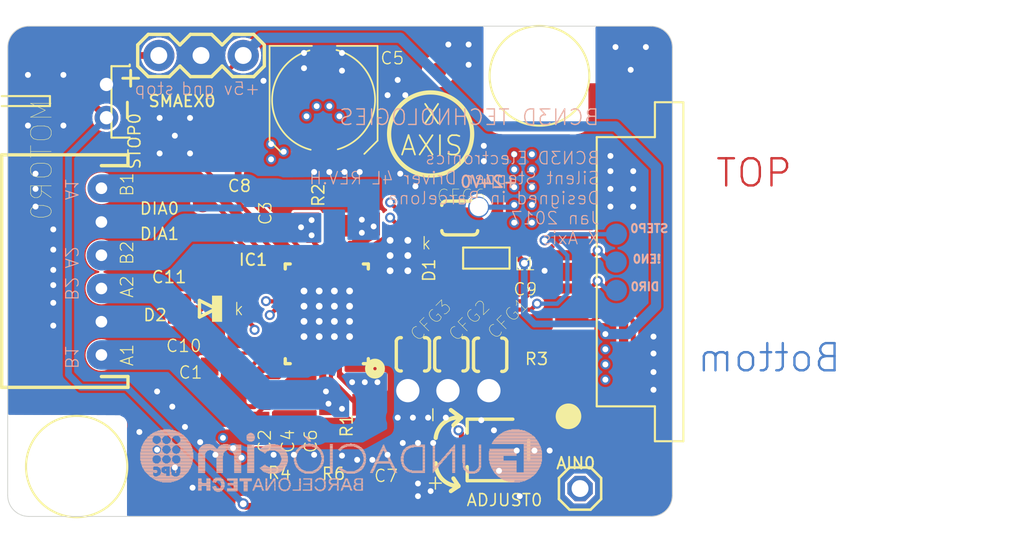
<source format=kicad_pcb>
(kicad_pcb (version 20221018) (generator pcbnew)
  (layers (0 "F.Cu" signal) (1 "In1.Cu" signal) (2 "In2.Cu" signal) (31 "B.Cu" signal) (34 "B.Paste" user) (35 "F.Paste" user) (36 "B.SilkS" user "B.Silkscreen") (37 "F.SilkS" user "F.Silkscreen") (38 "B.Mask" user) (39 "F.Mask" user) (44 "Edge.Cuts" user))
  (net 0 "")
  (net 1 "DIR")
  (net 2 "STEP")
  (net 3 "~{EN}")
  (net 4 "GND")
  (net 5 "+24V")
  (net 6 "A1")
  (net 7 "A2")
  (net 8 "B1")
  (net 9 "B2")
  (net 10 "+5V")
  (net 11 "STOPBF")
  (net 12 "STOP")
  (net 13 "N$1")
  (net 14 "N$2")
  (net 15 "N$3")
  (net 16 "N$4")
  (net 17 "N$6")
  (net 18 "DIAG0")
  (net 19 "DIAG1")
  (net 20 "CFG1")
  (net 21 "CFG2")
  (net 22 "CFG3")
  (net 23 "N$5")
  (net 24 "AIN")
  (net 25 "N$8")
  (net 26 "N$9")
  (net 27 "N$10")
  (net 28 "~{ENJUMP}")
  (footprint "working:R0805" (layer "F.Cu") (at 149.9895 113.9878 90)
    (fp_text reference "R1")
    (fp_text value "0R11" hide)
  )
  (footprint "working:TMC_QFN36_0.5_5.0X6.0" (layer "F.Cu") (at 147.7035 107.5616 90)
    (fp_text reference "IC1")
    (fp_text value " TMC2130-LA " hide)
  )
  (footprint "working:TP12R" (layer "F.Cu") (at 140.2359 100.856)
    (fp_text reference "DIA0")
    (fp_text value "PTR1TP12R" hide)
  )
  (footprint "working:MINIMELF" (layer "F.Cu") (at 140.5407 107.2568 180)
    (fp_text reference "D2")
    (fp_text value "")
  )
  (footprint "working:C0603K" (layer "F.Cu") (at 157.3047 105.5804)
    (fp_text reference "C9")
    (fp_text value "100n" hide)
  )
  (footprint "working:C0603K" (layer "F.Cu") (at 143.5633 113.2004 -90)
    (fp_text reference "C2")
    (fp_text value "100n" hide)
  )
  (footprint "working:TP12R" (layer "F.Cu") (at 140.2359 102.38)
    (fp_text reference "DIA1")
    (fp_text value "PTR1TP12R" hide)
  )
  (footprint "working:L0603" (layer "F.Cu") (at 157.3047 104.2088)
    (fp_text reference "L1")
    (fp_text value "")
  )
  (footprint "working:R0603" (layer "F.Cu") (at 147.9829 118.128)
    (fp_text reference "R6")
    (fp_text value "1K" hide)
  )
  (footprint "working:PAD-JUMPER-2-NO_YES_SILK" (layer "F.Cu") (at 157.5333 110.0254 -90)
    (fp_text reference "CFG1")
    (fp_text value "JUMPER-PAD-2-NOYES_SILK" hide)
  )
  (footprint "" (layer "F.Cu") (at 160.5011 93.2536)
    (fp_text reference "@HOLE0" hide)
    (fp_text value "")
  )
  (footprint "working:R0603" (layer "F.Cu") (at 144.7317 118.128 180)
    (fp_text reference "R4")
    (fp_text value "4.7K" hide)
  )
  (footprint "working:1X03" (layer "F.Cu") (at 142.6743 92.0168 180)
    (fp_text reference "SMAEX0")
    (fp_text value "")
  )
  (footprint "working:FIDUCIAL_1MM" (layer "F.Cu") (at 166.1947 118.0772)
    (fp_text reference "U$2" hide)
    (fp_text value "FIDUCIAL" hide)
  )
  (footprint "" (layer "F.Cu") (at 156.8511 101.1336)
    (fp_text reference "@HOLE2" hide)
    (fp_text value "")
  )
  (footprint "working:JST-PH-2-THM-RA" (layer "F.Cu") (at 134.4447 94.76 90)
    (fp_text reference "STOP0")
    (fp_text value "" hide)
  )
  (footprint "working:1X01" (layer "F.Cu") (at 162.9435 118.0772 90)
    (fp_text reference "AIN0")
    (fp_text value "")
  )
  (footprint "" (layer "F.Cu") (at 132.6511 116.7536)
    (fp_text reference "@HOLE1" hide)
    (fp_text value "")
  )
  (footprint "working:C0805" (layer "F.Cu") (at 141.1503 104.9708 180)
    (fp_text reference "C11")
    (fp_text value "4.7u" hide)
  )
  (footprint "working:C0603K" (layer "F.Cu") (at 146.3319 113.2004 -90)
    (fp_text reference "C6")
    (fp_text value "100n" hide)
  )
  (footprint "working:PAD-JUMPER-2-NO_YES_SILK" (layer "F.Cu") (at 152.8851 110 -90)
    (fp_text reference "CFG3")
    (fp_text value "JUMPER-PAD-2-NOYES_SILK" hide)
  )
  (footprint "working:C0603K" (layer "F.Cu") (at 141.3789 109.0856 180)
    (fp_text reference "C10")
    (fp_text value "470n" hide)
  )
  (footprint "working:R0805" (layer "F.Cu") (at 148.3131 101.3132 -90)
    (fp_text reference "R2")
    (fp_text value "0R11" hide)
  )
  (footprint "working:TE_FFC_CON1MM" (layer "F.Cu") (at 165.2483 105.0292 90)
    (fp_text reference "FFC2")
    (fp_text value "FFC_15V_90G_1MM" hide)
  )
  (footprint "working:FIDUCIAL_1MM" (layer "F.Cu") (at 130.4315 110.508)
    (fp_text reference "U$3" hide)
    (fp_text value "FIDUCIAL" hide)
  )
  (footprint "working:UD-6,3X7,7_NICHICON" (layer "F.Cu") (at 147.5105 94.6892 -90)
    (fp_text reference "C5")
    (fp_text value "100u" hide)
  )
  (footprint "working:3223G" (layer "F.Cu") (at 158.0011 115.7536 180)
    (fp_text reference "ADJUST0")
    (fp_text value "20K" hide)
  )
  (footprint "working:C0603K" (layer "F.Cu") (at 144.9603 113.2004 -90)
    (fp_text reference "C4")
    (fp_text value "100n" hide)
  )
  (footprint "working:PAD-JUMPER-2-NC_BY_TRACE_YES_SILK" (layer "F.Cu") (at 155.7045 101.7958 180)
    (fp_text reference "CFG6")
    (fp_text value "JUMPER-PAD-2-NC_BY_TRACE" hide)
  )
  (footprint "working:C0603K" (layer "F.Cu") (at 144.8625 101.506 90)
    (fp_text reference "C3")
    (fp_text value "100n" hide)
  )
  (footprint "working:R0603" (layer "F.Cu") (at 160.2003 111.9812 -90)
    (fp_text reference "R3")
    (fp_text value "20K" hide)
  )
  (footprint "working:PAD-JUMPER-2-NO_YES_SILK" (layer "F.Cu") (at 155.1965 110 -90)
    (fp_text reference "CFG2")
    (fp_text value "JUMPER-PAD-2-NOYES_SILK" hide)
  )
  (footprint "working:POWERDI323" (layer "F.Cu") (at 154.6377 104.8692 -90)
    (fp_text reference "D1")
    (fp_text value "PD3S160" hide)
  )
  (footprint "working:C0603K" (layer "F.Cu") (at 141.5313 110.7366 180)
    (fp_text reference "C1")
    (fp_text value "22n" hide)
  )
  (footprint "working:C1210" (layer "F.Cu") (at 142.3695 96.4364 90)
    (fp_text reference "C8")
    (fp_text value "4.7u" hide)
  )
  (footprint "working:FIDUCIAL_1MM" (layer "F.Cu") (at 154.4091 92.9312)
    (fp_text reference "U$4" hide)
    (fp_text value "FIDUCIAL" hide)
  )
  (footprint "working:JST-6-PTH" (layer "F.Cu") (at 134.1399 106.0376 90)
    (fp_text reference "MOTOR0")
    (fp_text value "")
  )
  (footprint "working:C0603K" (layer "F.Cu") (at 151.1071 118.128)
    (fp_text reference "C7")
    (fp_text value "100n" hide)
  )
  (footprint "working:B1,27" (layer "B.Cu") (at 165.1305 102.7724 -90)
    (fp_text reference "STEP0")
    (fp_text value "TPB1,27" hide)
  )
  (footprint "working:B1,27" (layer "B.Cu") (at 156.8369 101.1468 -90)
    (fp_text reference "+24V0")
    (fp_text value "TPB1,27" hide)
  )
  (footprint "working:B1,27" (layer "B.Cu") (at 165.1315 106.1506 -90)
    (fp_text reference "DIR0")
    (fp_text value "TPB1,27" hide)
  )
  (footprint "working:B1,27" (layer "B.Cu") (at 165.1183 104.4488 -90)
    (fp_text reference "!EN0")
    (fp_text value "TPB1,27" hide)
  )
  (footprint "working:FCIM_LOGO" (layer "B.Cu") (at 162.4863 121.8872 180)
    (fp_text reference "U$5" hide)
    (fp_text value "" hide)
  )
  (gr_arc (start 154.2567 115.0292) (mid 154.766195 114.103969) (end 155.7807 113.81) (stroke (width 0.254)) (layer "F.SilkS"))
  (gr_arc (start 155.6283 117.9248) (mid 154.658432 117.523068) (end 154.2567 116.5532) (stroke (width 0.254)) (layer "F.SilkS"))
  (gr_line (start 155.7807 113.81) (end 155.3235 114.2672) (stroke (width 0.254)) (layer "F.SilkS"))
  (gr_circle (center 132.6511 116.7536) (end 135.6991 116.7536) (stroke (width 0.127)) (fill none) (layer "F.SilkS"))
  (gr_line (start 155.6283 117.9248) (end 155.3235 117.4676) (stroke (width 0.254)) (layer "F.SilkS"))
  (gr_circle (center 160.5011 93.2392) (end 163.5011 93.2392) (stroke (width 0.127)) (fill none) (layer "F.SilkS"))
  (gr_line (start 155.7807 113.81) (end 155.1711 113.3528) (stroke (width 0.254)) (layer "F.SilkS"))
  (gr_circle (center 153.9519 96.7412) (end 156.4519 96.7412) (stroke (width 0.254)) (fill none) (layer "F.SilkS"))
  (gr_line (start 155.6283 117.9248) (end 155.1711 118.2296) (stroke (width 0.254)) (layer "F.SilkS"))
  (gr_arc (start 129.7711 119.7536) (mid 128.873074 119.381626) (end 128.5011 118.4836) (stroke (width 0.05)) (layer "Edge.Cuts"))
  (gr_line (start 168.5011 91.5236) (end 168.5011 118.4836) (stroke (width 0.05)) (layer "Edge.Cuts"))
  (gr_arc (start 168.5011 118.4836) (mid 168.129126 119.381626) (end 167.2311 119.7536) (stroke (width 0.05)) (layer "Edge.Cuts"))
  (gr_arc (start 167.2311 90.2536) (mid 168.129126 90.625574) (end 168.5011 91.5236) (stroke (width 0.05)) (layer "Edge.Cuts"))
  (gr_line (start 167.2311 119.7536) (end 129.7711 119.7536) (stroke (width 0.05)) (layer "Edge.Cuts"))
  (gr_line (start 128.5011 118.4836) (end 128.5011 91.5236) (stroke (width 0.05)) (layer "Edge.Cuts"))
  (gr_arc (start 128.5011 91.5236) (mid 128.873074 90.625574) (end 129.7711 90.2536) (stroke (width 0.05)) (layer "Edge.Cuts"))
  (gr_line (start 129.7711 90.2536) (end 167.2311 90.2536) (stroke (width 0.05)) (layer "Edge.Cuts"))
  (gr_text "TOP" (at 171.0207 100.0432) (layer "F.Cu") (effects (font (size 1.63576 1.63576) (thickness 0.14224)) (justify left bottom)))
  (gr_text "Bottom" (at 178.7423 111.1684) (layer "B.Cu") (effects (font (size 1.63576 1.63576) (thickness 0.14224)) (justify left bottom mirror)))
  (gr_text "stop" (at 138.5595 94.4552) (layer "B.SilkS") (effects (font (size 0.747776 0.747776) (thickness 0.065024)) (justify left bottom mirror)))
  (gr_text "A1" (at 132.7683 99.332 -90) (layer "B.SilkS") (effects (font (size 0.747776 0.747776) (thickness 0.065024)) (justify right top mirror)))
  (gr_text "gnd" (at 140.9979 94.4552) (layer "B.SilkS") (effects (font (size 0.747776 0.747776) (thickness 0.065024)) (justify left bottom mirror)))
  (gr_text "+5v" (at 143.7411 94.4552) (layer "B.SilkS") (effects (font (size 0.747776 0.747776) (thickness 0.065024)) (justify left bottom mirror)))
  (gr_text "A2" (at 132.7683 103.4468 -90) (layer "B.SilkS") (effects (font (size 0.747776 0.747776) (thickness 0.065024)) (justify right top mirror)))
  (gr_text "B2" (at 132.7683 105.2756 -90) (layer "B.SilkS") (effects (font (size 0.747776 0.747776) (thickness 0.065024)) (justify right top mirror)))
  (gr_text "B1" (at 132.7683 109.3904 -90) (layer "B.SilkS") (effects (font (size 0.747776 0.747776) (thickness 0.065024)) (justify right top mirror)))
  (gr_text "BCN3D TECHNOLOGIES" (at 164.1627 96.284) (layer "B.SilkS") (effects (font (size 0.93472 0.93472) (thickness 0.08128)) (justify left bottom mirror)))
  (gr_text "BCN3D Electronics \nSilent Stepper Driver 4L REV.H\nDesigned in Barcelona \nJan 2017\nX Axis\n" (at 164.1627 103.4468) (layer "B.SilkS") (effects (font (size 0.747776 0.747776) (thickness 0.065024)) (justify left bottom mirror)))
  (gr_text "+" (at 154.7139 118.382 90) (layer "F.SilkS") (effects (font (size 0.93472 0.93472) (thickness 0.08128)) (justify left bottom)))
  (gr_text "A2" (at 136.1211 106.6472 90) (layer "F.SilkS") (effects (font (size 0.747776 0.747776) (thickness 0.065024)) (justify left bottom)))
  (gr_text "k" (at 142.0647 107.714) (layer "F.SilkS") (effects (font (size 0.747776 0.747776) (thickness 0.065024)) (justify left bottom)))
  (gr_text "B2" (at 136.1211 104.666 90) (layer "F.SilkS") (effects (font (size 0.747776 0.747776) (thickness 0.065024)) (justify left bottom)))
  (gr_text "X\nAXIS" (at 154.0121 96.5032) (layer "F.SilkS") (effects (font (size 1.1684 1.1684) (thickness 0.1016))))
  (gr_text "A1" (at 136.1211 110.762 90) (layer "F.SilkS") (effects (font (size 0.747776 0.747776) (thickness 0.065024)) (justify left bottom)))
  (gr_text "B1" (at 136.1211 100.5512 90) (layer "F.SilkS") (effects (font (size 0.747776 0.747776) (thickness 0.065024)) (justify left bottom)))
  (gr_text "k" (at 153.3423 103.7516) (layer "F.SilkS") (effects (font (size 0.747776 0.747776) (thickness 0.065024)) (justify left bottom)))
  (gr_text "-" (at 154.5615 114.2672 90) (layer "F.SilkS") (effects (font (size 0.93472 0.93472) (thickness 0.08128)) (justify left bottom)))
  (segment (start 159.4263 106.8116) (end 160.1987 106.0392) (width 0.254) (layer "F.Cu") (net 1))
  (segment (start 163.5515 106.0392) (end 164.0103 105.5804) (width 0.254) (layer "F.Cu") (net 1))
  (segment (start 150.1535 106.8116) (end 159.4263 106.8116) (width 0.254) (layer "F.Cu") (net 1))
  (segment (start 162.4483 106.0392) (end 163.5515 106.0392) (width 0.254) (layer "F.Cu") (net 1))
  (segment (start 160.1987 106.0392) (end 162.4483 106.0392) (width 0.254) (layer "F.Cu") (net 1))
  (via (at 164.0103 105.5804) (size 0.6056) (drill 0.3556) (layers "F.Cu" "B.Cu") (net 1))
  (segment (start 164.0103 105.5804) (end 164.5805 106.1506) (width 0.254) (layer "B.Cu") (net 1))
  (segment (start 164.5805 106.1506) (end 165.1315 106.1506) (width 0.254) (layer "B.Cu") (net 1))
  (segment (start 159.9931 107.3116) (end 160.3527 106.952) (width 0.254) (layer "F.Cu") (net 2))
  (segment (start 162.4483 103.0392) (end 160.9127 103.0392) (width 0.254) (layer "F.Cu") (net 2))
  (segment (start 150.1535 107.3116) (end 159.9931 107.3116) (width 0.254) (layer "F.Cu") (net 2))
  (segment (start 160.9127 103.0392) (end 160.8099 103.142) (width 0.254) (layer "F.Cu") (net 2))
  (via (at 160.3527 106.952) (size 0.600518) (drill 0.350518) (layers "F.Cu" "B.Cu") (net 2))
  (via (at 160.8099 103.142) (size 0.6056) (drill 0.3556) (layers "F.Cu" "B.Cu") (net 2))
  (segment (start 162.1815 104.0564) (end 161.2671 103.142) (width 0.254) (layer "B.Cu") (net 2))
  (segment (start 161.5719 106.952) (end 160.3527 106.952) (width 0.254) (layer "B.Cu") (net 2))
  (segment (start 161.2671 103.142) (end 160.8099 103.142) (width 0.254) (layer "B.Cu") (net 2))
  (segment (start 161.1795 102.7724) (end 165.1305 102.7724) (width 0.254) (layer "B.Cu") (net 2))
  (segment (start 160.8099 103.142) (end 161.1795 102.7724) (width 0.254) (layer "B.Cu") (net 2))
  (segment (start 162.1815 106.3424) (end 161.5719 106.952) (width 0.254) (layer "B.Cu") (net 2))
  (segment (start 162.1815 104.0564) (end 162.1815 106.3424) (width 0.254) (layer "B.Cu") (net 2))
  (segment (start 162.4655 104.0564) (end 162.4483 104.0392) (width 0.3556) (layer "F.Cu") (net 3))
  (segment (start 159.2859 103.142) (end 158.2191 103.142) (width 0.3048) (layer "F.Cu") (net 3))
  (segment (start 156.8729 101.7958) (end 156.2125 101.7958) (width 0.3048) (layer "F.Cu") (net 3))
  (segment (start 163.7055 104.0564) (end 164.0103 103.7516) (width 0.254) (layer "F.Cu") (net 3))
  (segment (start 162.4311 104.0564) (end 162.4483 104.0392) (width 0.3556) (layer "F.Cu") (net 3))
  (segment (start 162.4311 104.0564) (end 160.3527 104.0564) (width 0.3048) (layer "F.Cu") (net 3))
  (segment (start 162.4655 104.0564) (end 163.7055 104.0564) (width 0.254) (layer "F.Cu") (net 3))
  (segment (start 160.3527 104.0564) (end 159.2859 103.142) (width 0.3048) (layer "F.Cu") (net 3))
  (segment (start 158.2191 103.142) (end 156.8729 101.7958) (width 0.3048) (layer "F.Cu") (net 3))
  (via (at 164.0103 103.7516) (size 0.6056) (drill 0.3556) (layers "F.Cu" "B.Cu") (net 3))
  (segment (start 164.7075 104.4488) (end 165.1183 104.4488) (width 0.254) (layer "B.Cu") (net 3))
  (segment (start 164.0103 103.7516) (end 164.7075 104.4488) (width 0.254) (layer "B.Cu") (net 3))
  (segment (start 149.4535 109.3116) (end 149.0751 108.9332) (width 0.254) (layer "F.Cu") (net 4))
  (segment (start 150.1535 107.8116) (end 149.2823 107.8116) (width 0.254) (layer "F.Cu") (net 4))
  (segment (start 145.9535 104.6116) (end 145.9535 105.202) (width 0.254) (layer "F.Cu") (net 4))
  (segment (start 146.1247 107.8116) (end 146.3319 108.0188) (width 0.254) (layer "F.Cu") (net 4))
  (segment (start 149.2823 107.8116) (end 149.0751 108.0188) (width 0.254) (layer "F.Cu") (net 4))
  (segment (start 148.9535 110.5116) (end 149.4535 110.5116) (width 0.254) (layer "F.Cu") (net 4))
  (segment (start 145.2535 107.8116) (end 146.1247 107.8116) (width 0.254) (layer "F.Cu") (net 4))
  (segment (start 146.1795 106.0376) (end 146.3319 106.19) (width 0.254) (layer "F.Cu") (net 4))
  (segment (start 145.9535 105.202) (end 146.1795 105.428) (width 0.254) (layer "F.Cu") (net 4))
  (segment (start 149.4535 110.5116) (end 149.4535 109.3116) (width 0.254) (layer "F.Cu") (net 4))
  (segment (start 146.1795 105.428) (end 146.1795 106.0376) (width 0.254) (layer "F.Cu") (net 4))
  (via (at 129.7203 96.2332) (size 0.6056) (drill 0.3556) (layers "F.Cu" "B.Cu") (net 4))
  (via (at 164.7723 98.062) (size 0.6056) (drill 0.3556) (layers "F.Cu" "B.Cu") (net 4))
  (via (at 148.6179 92.9312) (size 0.6056) (drill 0.3556) (layers "F.Cu" "B.Cu") (net 4))
  (via (at 149.5323 116.35) (size 0.6056) (drill 0.3556) (layers "F.Cu" "B.Cu") (net 4))
  (via (at 156.9999 113.9624) (size 0.6056) (drill 0.3556) (layers "F.Cu" "B.Cu") (net 4))
  (via (at 131.2443 102.4816) (size 0.6056) (drill 0.3556) (layers "F.Cu" "B.Cu") (net 4))
  (via (at 160.8099 104.9708) (size 0.6056) (drill 0.3556) (layers "F.Cu" "B.Cu") (net 4))
  (via (at 140.0835 115.2832) (size 0.6056) (drill 0.3556) (layers "F.Cu" "B.Cu") (net 4))
  (via (at 150.4467 116.35) (size 0.6056) (drill 0.3556) (layers "F.Cu" "B.Cu") (net 4))
  (via (at 159.3113 118.5344) (size 0.6056) (drill 0.3556) (layers "F.Cu" "B.Cu") (net 4))
  (via (at 146.3319 107.1044) (size 0.6564) (drill 0.4064) (layers "F.Cu" "B.Cu") (net 4))
  (via (at 131.2443 105.8344) (size 0.6056) (drill 0.3556) (layers "F.Cu" "B.Cu") (net 4))
  (via (at 166.1439 100.0432) (size 0.6056) (drill 0.3556) (layers "F.Cu" "B.Cu") (net 4))
  (via (at 137.4927 115.7404) (size 0.6056) (drill 0.3556) (layers "F.Cu" "B.Cu") (net 4))
  (via (at 156.2379 91.3564) (size 0.6056) (drill 0.3556) (layers "F.Cu" "B.Cu") (net 4))
  (via (at 167.3631 111.0668) (size 0.6056) (drill 0.3556) (layers "F.Cu" "B.Cu") (net 4))
  (via (at 146.3319 106.19) (size 0.6564) (drill 0.4064) (layers "F.Cu" "B.Cu") (net 4))
  (via (at 167.3631 108.9332) (size 0.6056) (drill 0.3556) (layers "F.Cu" "B.Cu") (net 4))
  (via (at 130.1775 99.1288) (size 0.6056) (drill 0.3556) (layers "F.Cu" "B.Cu") (net 4))
  (via (at 129.7203 93.1852) (size 0.6056) (drill 0.3556) (layers "F.Cu" "B.Cu") (net 4))
  (via (at 164.7723 100.0432) (size 0.6056) (drill 0.3556) (layers "F.Cu" "B.Cu") (net 4))
  (via (at 167.3631 109.9492) (size 0.6056) (drill 0.3556) (layers "F.Cu" "B.Cu") (net 4))
  (via (at 139.4739 97.9096) (size 0.6056) (drill 0.3556) (layers "F.Cu" "B.Cu") (net 4))
  (via (at 156.2379 92.5756) (size 0.6056) (drill 0.3556) (layers "F.Cu" "B.Cu") (net 4))
  (via (at 151.9707 113.81) (size 0.6056) (drill 0.3556) (layers "F.Cu" "B.Cu") (net 4))
  (via (at 138.5595 116.8072) (size 0.6056) (drill 0.3556) (layers "F.Cu" "B.Cu") (net 4))
  (via (at 154.9933 112.1844) (size 1.4224) (drill 1.4) (layers "F.Cu" "B.Cu") (net 4))
  (via (at 151.5135 104.0564) (size 0.6564) (drill 0.4064) (layers "F.Cu" "B.Cu") (net 4))
  (via (at 147.2463 108.0188) (size 0.6564) (drill 0.4064) (layers "F.Cu" "B.Cu") (net 4))
  (via (at 151.3611 116.0452) (size 0.6056) (drill 0.3556) (layers "F.Cu" "B.Cu") (net 4))
  (via (at 138.4071 113.1496) (size 0.6056) (drill 0.3556) (layers "F.Cu" "B.Cu") (net 4))
  (via (at 148.6179 116.096) (size 0.6056) (drill 0.3556) (layers "F.Cu" "B.Cu") (net 4))
  (via (at 146.9415 116.0452) (size 0.6056) (drill 0.3556) (layers "F.Cu" "B.Cu") (net 4))
  (via (at 166.1439 101.11) (size 0.6056) (drill 0.3556) (layers "F.Cu" "B.Cu") (net 4))
  (via (at 158.0667 117.0104) (size 0.6056) (drill 0.3556) (layers "F.Cu" "B.Cu") (net 4))
  (via (at 159.1335 115.7912) (size 0.6056) (drill 0.3556) (layers "F.Cu" "B.Cu") (net 4))
  (via (at 152.5803 104.0564) (size 0.6564) (drill 0.4064) (layers "F.Cu" "B.Cu") (net 4))
  (via (at 149.0751 108.0188) (size 0.6564) (drill 0.4064) (layers "F.Cu" "B.Cu") (net 4))
  (via (at 148.1607 106.19) (size 0.6564) (drill 0.4064) (layers "F.Cu" "B.Cu") (net 4))
  (via (at 151.3611 94.4044) (size 0.6056) (drill 0.3556) (layers "F.Cu" "B.Cu") (net 4))
  (via (at 154.8663 113.81) (size 0.6056) (drill 0.3556) (layers "F.Cu" "B.Cu") (net 4))
  (via (at 149.0751 107.1044) (size 0.6564) (drill 0.4064) (layers "F.Cu" "B.Cu") (net 4))
  (via (at 146.3319 91.8644) (size 0.6056) (drill 0.3556) (layers "F.Cu" "B.Cu") (net 4))
  (via (at 149.0751 108.9332) (size 0.6564) (drill 0.4064) (layers "F.Cu" "B.Cu") (net 4))
  (via (at 148.7703 99.0272) (size 0.6056) (drill 0.3556) (layers "F.Cu" "B.Cu") (net 4))
  (via (at 166.9059 91.5088) (size 0.6056) (drill 0.3556) (layers "F.Cu" "B.Cu") (net 4))
  (via (at 157.1523 97.4524) (size 0.6056) (drill 0.3556) (layers "F.Cu" "B.Cu") (net 4))
  (via (at 131.8539 96.2332) (size 0.6056) (drill 0.3556) (layers "F.Cu" "B.Cu") (net 4))
  (via (at 153.1899 118.5344) (size 0.600518) (drill 0.350518) (layers "F.Cu" "B.Cu") (net 4))
  (via (at 146.9415 99.0272) (size 0.6056) (drill 0.3556) (layers "F.Cu" "B.Cu") (net 4))
  (via (at 153.1899 117.7724) (size 0.600518) (drill 0.350518) (layers "F.Cu" "B.Cu") (net 4))
  (via (at 160.2003 115.7912) (size 0.6056) (drill 0.3556) (layers "F.Cu" "B.Cu") (net 4))
  (via (at 152.5803 112.1844) (size 1.4224) (drill 1.4) (layers "F.Cu" "B.Cu") (net 4))
  (via (at 165.9915 92.8804) (size 0.6056) (drill 0.3556) (layers "F.Cu" "B.Cu") (net 4))
  (via (at 151.5135 103.142) (size 0.6564) (drill 0.4064) (layers "F.Cu" "B.Cu") (net 4))
  (via (at 136.4259 114.6736) (size 0.6056) (drill 0.3556) (layers "F.Cu" "B.Cu") (net 4))
  (via (at 153.9519 118.2296) (size 0.600518) (drill 0.350518) (layers "F.Cu" "B.Cu") (net 4))
  (via (at 152.4279 94.4044) (size 0.6056) (drill 0.3556) (layers "F.Cu" "B.Cu") (net 4))
  (via (at 153.0375 99.8908) (size 0.6056) (drill 0.3556) (layers "F.Cu" "B.Cu") (net 4))
  (via (at 131.2443 108.2728) (size 0.6056) (drill 0.3556) (layers "F.Cu" "B.Cu") (net 4))
  (via (at 130.1775 100.0432) (size 0.6056) (drill 0.3556) (layers "F.Cu" "B.Cu") (net 4))
  (via (at 143.8935 93.5408) (size 0.6056) (drill 0.3556) (layers "F.Cu" "B.Cu") (net 4))
  (via (at 153.1899 115.334) (size 0.6056) (drill 0.3556) (layers "F.Cu" "B.Cu") (net 4))
  (via (at 164.7723 101.11) (size 0.6056) (drill 0.3556) (layers "F.Cu" "B.Cu") (net 4))
  (via (at 146.3319 108.9332) (size 0.6564) (drill 0.4064) (layers "F.Cu" "B.Cu") (net 4))
  (via (at 139.4739 95.776) (size 0.6056) (drill 0.3556) (layers "F.Cu" "B.Cu") (net 4))
  (via (at 153.7995 113.81) (size 0.6056) (drill 0.3556) (layers "F.Cu" "B.Cu") (net 4))
  (via (at 157.1523 98.3668) (size 0.6056) (drill 0.3556) (layers "F.Cu" "B.Cu") (net 4))
  (via (at 131.2443 104.92) (size 0.6056) (drill 0.3556) (layers "F.Cu" "B.Cu") (net 4))
  (via (at 148.1607 108.9332) (size 0.6564) (drill 0.4064) (layers "F.Cu" "B.Cu") (net 4))
  (via (at 131.2443 103.7008) (size 0.6056) (drill 0.3556) (layers "F.Cu" "B.Cu") (net 4))
  (via (at 148.6179 91.8644) (size 0.6056) (drill 0.3556) (layers "F.Cu" "B.Cu") (net 4))
  (via (at 148.1607 108.0188) (size 0.6564) (drill 0.4064) (layers "F.Cu" "B.Cu") (net 4))
  (via (at 147.2463 108.9332) (size 0.6564) (drill 0.4064) (layers "F.Cu" "B.Cu") (net 4))
  (via (at 139.6263 118.0264) (size 0.6056) (drill 0.3556) (layers "F.Cu" "B.Cu") (net 4))
  (via (at 137.6451 95.776) (size 0.6056) (drill 0.3556) (layers "F.Cu" "B.Cu") (net 4))
  (via (at 165.0771 91.5088) (size 0.6056) (drill 0.3556) (layers "F.Cu" "B.Cu") (net 4))
  (via (at 164.7723 98.9764) (size 0.6056) (drill 0.3556) (layers "F.Cu" "B.Cu") (net 4))
  (via (at 152.8851 113.81) (size 0.6056) (drill 0.3556) (layers "F.Cu" "B.Cu") (net 4))
  (via (at 148.1607 107.1044) (size 0.6564) (drill 0.4064) (layers "F.Cu" "B.Cu") (net 4))
  (via (at 167.3631 112.1336) (size 0.6056) (drill 0.3556) (layers "F.Cu" "B.Cu") (net 4))
  (via (at 139.1691 114.3688) (size 0.6056) (drill 0.3556) (layers "F.Cu" "B.Cu") (net 4))
  (via (at 137.6451 97.9096) (size 0.6056) (drill 0.3556) (layers "F.Cu" "B.Cu") (net 4))
  (via (at 146.3319 108.0188) (size 0.6564) (drill 0.4064) (layers "F.Cu" "B.Cu") (net 4))
  (via (at 147.8559 99.0272) (size 0.6056) (drill 0.3556) (layers "F.Cu" "B.Cu") (net 4))
  (via (at 152.1231 99.1288) (size 0.6056) (drill 0.3556) (layers "F.Cu" "B.Cu") (net 4))
  (via (at 131.8539 93.1852) (size 0.6056) (drill 0.3556) (layers "F.Cu" "B.Cu") (net 4))
  (via (at 152.2755 115.334) (size 0.6056) (drill 0.3556) (layers "F.Cu" "B.Cu") (net 4))
  (via (at 155.0187 91.3564) (size 0.6056) (drill 0.3556) (layers "F.Cu" "B.Cu") (net 4))
  (via (at 151.5135 104.9708) (size 0.6564) (drill 0.4064) (layers "F.Cu" "B.Cu") (net 4))
  (via (at 145.7223 116.0452) (size 0.6056) (drill 0.3556) (layers "F.Cu" "B.Cu") (net 4))
  (via (at 131.2443 106.9012) (size 0.6056) (drill 0.3556) (layers "F.Cu" "B.Cu") (net 4))
  (via (at 152.5803 103.142) (size 0.6564) (drill 0.4064) (layers "F.Cu" "B.Cu") (net 4))
  (via (at 138.5595 96.8428) (size 0.6056) (drill 0.3556) (layers "F.Cu" "B.Cu") (net 4))
  (via (at 149.0751 106.19) (size 0.6564) (drill 0.4064) (layers "F.Cu" "B.Cu") (net 4))
  (via (at 140.9979 116.0452) (size 0.6056) (drill 0.3556) (layers "F.Cu" "B.Cu") (net 4))
  (via (at 137.4927 112.2352) (size 0.6056) (drill 0.3556) (layers "F.Cu" "B.Cu") (net 4))
  (via (at 152.5803 104.9708) (size 0.6564) (drill 0.4064) (layers "F.Cu" "B.Cu") (net 4))
  (via (at 130.1775 101.11) (size 0.6056) (drill 0.3556) (layers "F.Cu" "B.Cu") (net 4))
  (via (at 146.3319 92.7788) (size 0.6056) (drill 0.3556) (layers "F.Cu" "B.Cu") (net 4))
  (via (at 166.1439 98.9764) (size 0.6056) (drill 0.3556) (layers "F.Cu" "B.Cu") (net 4))
  (via (at 149.6847 99.0272) (size 0.6056) (drill 0.3556) (layers "F.Cu" "B.Cu") (net 4))
  (via (at 157.4571 112.1844) (size 1.4224) (drill 1.4) (layers "F.Cu" "B.Cu") (net 4))
  (via (at 147.2463 106.19) (size 0.6564) (drill 0.4064) (layers "F.Cu" "B.Cu") (net 4))
  (via (at 144.5031 116.0452) (size 0.6056) (drill 0.3556) (layers "F.Cu" "B.Cu") (net 4))
  (via (at 161.1147 115.7912) (size 0.6056) (drill 0.3556) (layers "F.Cu" "B.Cu") (net 4))
  (via (at 154.1043 115.334) (size 0.6056) (drill 0.3556) (layers "F.Cu" "B.Cu") (net 4))
  (via (at 157.7619 114.572) (size 0.6056) (drill 0.3556) (layers "F.Cu" "B.Cu") (net 4))
  (via (at 151.9707 93.49) (size 0.6056) (drill 0.3556) (layers "F.Cu" "B.Cu") (net 4))
  (via (at 147.2463 107.1044) (size 0.6564) (drill 0.4064) (layers "F.Cu" "B.Cu") (net 4))
  (segment (start 144.2491 113.2258) (end 143.8681 113.2258) (width 0.254) (layer "F.Cu") (net 5))
  (segment (start 146.9535 110.5116) (end 146.9535 111.7038) (width 0.254) (layer "F.Cu") (net 5))
  (segment (start 145.5699 111.3716) (end 145.1127 111.8288) (width 0.254) (layer "F.Cu") (net 5))
  (segment (start 145.1127 112.173) (end 144.9603 112.3254) (width 0.254) (layer "F.Cu") (net 5))
  (segment (start 144.9603 112.5146) (end 144.2491 113.2258) (width 0.254) (layer "F.Cu") (net 5))
  (segment (start 146.0807 103.5992) (end 144.8625 102.381) (width 0.254) (layer "F.Cu") (net 5))
  (segment (start 145.1127 111.8288) (end 145.1127 112.173) (width 0.254) (layer "F.Cu") (net 5))
  (segment (start 146.4535 111.0976) (end 146.1795 111.3716) (width 0.254) (layer "F.Cu") (net 5))
  (segment (start 146.3319 103.5992) (end 146.0807 103.5992) (width 0.254) (layer "F.Cu") (net 5))
  (segment (start 146.9535 104.0684) (end 146.7891 103.904) (width 0.254) (layer "F.Cu") (net 5))
  (segment (start 143.8681 113.2258) (end 143.5887 113.5052) (width 0.254) (layer "F.Cu") (net 5))
  (segment (start 146.7891 103.904) (end 146.6367 103.904) (width 0.254) (layer "F.Cu") (net 5))
  (segment (start 146.4535 110.5116) (end 146.4535 111.0976) (width 0.254) (layer "F.Cu") (net 5))
  (segment (start 146.1795 111.3716) (end 145.5699 111.3716) (width 0.254) (layer "F.Cu") (net 5))
  (segment (start 142.3695 99.888) (end 142.3695 97.8364) (width 0.4064) (layer "F.Cu") (net 5))
  (segment (start 146.9535 111.7038) (end 146.3319 112.3254) (width 0.254) (layer "F.Cu") (net 5))
  (segment (start 146.9535 104.6116) (end 146.9535 104.0684) (width 0.254) (layer "F.Cu") (net 5))
  (segment (start 143.5887 113.5052) (end 143.5887 114.05) (width 0.254) (layer "F.Cu") (net 5))
  (segment (start 143.5887 114.05) (end 143.5633 114.0754) (width 0.254) (layer "F.Cu") (net 5))
  (segment (start 144.9603 112.3254) (end 144.9603 112.5146) (width 0.254) (layer "F.Cu") (net 5))
  (segment (start 144.8625 102.381) (end 142.3695 99.888) (width 0.4064) (layer "F.Cu") (net 5))
  (segment (start 146.6367 103.904) (end 146.3319 103.5992) (width 0.254) (layer "F.Cu") (net 5))
  (via (at 160.0479 97.9604) (size 0.6056) (drill 0.3556) (layers "F.Cu" "B.Cu") (net 5))
  (via (at 160.0479 99.9416) (size 0.6056) (drill 0.3556) (layers "F.Cu" "B.Cu") (net 5))
  (via (at 158.9811 99.9416) (size 0.6056) (drill 0.3556) (layers "F.Cu" "B.Cu") (net 5))
  (via (at 146.4843 95.6744) (size 0.600518) (drill 0.350518) (layers "F.Cu" "B.Cu") (net 5))
  (via (at 148.4655 95.6744) (size 0.600518) (drill 0.350518) (layers "F.Cu" "B.Cu") (net 5))
  (via (at 142.5727 116.223) (size 0.600518) (drill 0.350518) (layers "F.Cu" "B.Cu") (net 5))
  (via (at 158.9811 102.0752) (size 0.6056) (drill 0.3556) (layers "F.Cu" "B.Cu") (net 5))
  (via (at 147.8559 95.0648) (size 0.600518) (drill 0.350518) (layers "F.Cu" "B.Cu") (net 5))
  (via (at 160.0479 102.0752) (size 0.6056) (drill 0.3556) (layers "F.Cu" "B.Cu") (net 5))
  (via (at 158.9811 97.9604) (size 0.4064) (drill 0.3556) (layers "F.Cu" "B.Cu") (net 5))
  (via (at 144.3507 97.3508) (size 0.600518) (drill 0.350518) (layers "F.Cu" "B.Cu") (net 5))
  (via (at 158.9811 101.0084) (size 0.6056) (drill 0.3556) (layers "F.Cu" "B.Cu") (net 5))
  (via (at 141.4551 115.0292) (size 0.600518) (drill 0.350518) (layers "F.Cu" "B.Cu") (net 5))
  (via (at 142.0647 115.6388) (size 0.600518) (drill 0.350518) (layers "F.Cu" "B.Cu") (net 5))
  (via (at 144.3507 98.2652) (size 0.600518) (drill 0.350518) (layers "F.Cu" "B.Cu") (net 5))
  (via (at 147.0939 95.0648) (size 0.600518) (drill 0.350518) (layers "F.Cu" "B.Cu") (net 5))
  (via (at 160.0479 101.0084) (size 0.6056) (drill 0.3556) (layers "F.Cu" "B.Cu") (net 5))
  (via (at 158.9811 98.8748) (size 0.6056) (drill 0.3556) (layers "F.Cu" "B.Cu") (net 5))
  (via (at 160.0479 98.8748) (size 0.6056) (drill 0.3556) (layers "F.Cu" "B.Cu") (net 5))
  (via (at 145.1127 97.808) (size 0.600518) (drill 0.350518) (layers "F.Cu" "B.Cu") (net 5))
  (segment (start 156.8369 101.1468) (end 158.8427 101.1468) (width 0.3048) (layer "B.Cu") (net 5))
  (segment (start 158.8427 101.1468) (end 158.9811 101.0084) (width 0.3048) (layer "B.Cu") (net 5))
  (via (at 149.2275 111.6764) (size 0.600518) (drill 0.350518) (layers "F.Cu" "B.Cu") (net 6))
  (via (at 150.7515 111.6764) (size 0.600518) (drill 0.350518) (layers "F.Cu" "B.Cu") (net 6))
  (via (at 149.9895 111.6764) (size 0.600518) (drill 0.350518) (layers "F.Cu" "B.Cu") (net 6))
  (segment (start 134.1399 110.0376) (end 138.5971 110.0376) (width 1.778) (layer "B.Cu") (net 6))
  (segment (start 138.5971 110.0376) (end 143.1315 114.572) (width 1.778) (layer "B.Cu") (net 6))
  (segment (start 143.1315 114.572) (end 147.0939 114.572) (width 1.778) (layer "B.Cu") (net 6))
  (via (at 147.6527 112.2352) (size 0.600518) (drill 0.350518) (layers "F.Cu" "B.Cu") (net 7))
  (via (at 148.6179 113.2766) (size 0.600518) (drill 0.350518) (layers "F.Cu" "B.Cu") (net 7))
  (via (at 147.8051 112.9718) (size 0.600518) (drill 0.350518) (layers "F.Cu" "B.Cu") (net 7))
  (segment (start 143.8935 112.4384) (end 147.4495 112.4384) (width 1.778) (layer "B.Cu") (net 7))
  (segment (start 137.4927 106.0376) (end 143.8935 112.4384) (width 1.778) (layer "B.Cu") (net 7))
  (segment (start 134.1399 106.0376) (end 137.4927 106.0376) (width 1.778) (layer "B.Cu") (net 7))
  (segment (start 147.4495 112.4384) (end 147.6527 112.2352) (width 1.778) (layer "B.Cu") (net 7))
  (segment (start 148.4535 103.916) (end 149.0751 103.2944) (width 0.254) (layer "F.Cu") (net 8))
  (segment (start 149.0751 103.2944) (end 149.5323 103.2944) (width 0.254) (layer "F.Cu") (net 8))
  (segment (start 148.4535 104.6116) (end 148.4535 103.916) (width 0.254) (layer "F.Cu") (net 8))
  (via (at 150.5229 102.3038) (size 0.600518) (drill 0.350518) (layers "F.Cu" "B.Cu") (net 8))
  (via (at 149.8117 101.8974) (size 0.600518) (drill 0.350518) (layers "F.Cu" "B.Cu") (net 8))
  (via (at 149.8117 102.6848) (size 0.600518) (drill 0.350518) (layers "F.Cu" "B.Cu") (net 8))
  (segment (start 142.8907 100.0056) (end 143.1315 100.2464) (width 1.6764) (layer "B.Cu") (net 8))
  (segment (start 134.1399 100.0056) (end 142.8907 100.0056) (width 1.6764) (layer "B.Cu") (net 8))
  (segment (start 143.1315 100.2464) (end 144.6555 100.2464) (width 1.6764) (layer "B.Cu") (net 8))
  (segment (start 146.9415 103.2944) (end 146.9415 102.9896) (width 0.254) (layer "F.Cu") (net 9))
  (segment (start 146.9415 102.9896) (end 146.7891 102.8372) (width 0.254) (layer "F.Cu") (net 9))
  (segment (start 147.4535 103.8064) (end 146.9415 103.2944) (width 0.254) (layer "F.Cu") (net 9))
  (segment (start 147.4535 104.6116) (end 147.4535 103.8064) (width 0.254) (layer "F.Cu") (net 9))
  (via (at 146.7891 101.9228) (size 0.600518) (drill 0.350518) (layers "F.Cu" "B.Cu") (net 9))
  (via (at 146.1541 102.3546) (size 0.600518) (drill 0.350518) (layers "F.Cu" "B.Cu") (net 9))
  (via (at 146.7891 102.8372) (size 0.600518) (drill 0.350518) (layers "F.Cu" "B.Cu") (net 9))
  (segment (start 139.0421 102.507) (end 137.6451 104.0564) (width 1.778) (layer "B.Cu") (net 9))
  (segment (start 139.1691 102.38) (end 143.8935 102.38) (width 1.6764) (layer "B.Cu") (net 9))
  (segment (start 137.6451 104.0564) (end 134.1587 104.0564) (width 1.778) (layer "B.Cu") (net 9))
  (segment (start 134.1587 104.0564) (end 134.1399 104.0376) (width 1.778) (layer "B.Cu") (net 9))
  (segment (start 139.0421 102.507) (end 139.1691 102.38) (width 1.6764) (layer "B.Cu") (net 9))
  (segment (start 143.8935 103.142) (end 145.2535 104.502) (width 0.254) (layer "F.Cu") (net 10))
  (segment (start 160.2923 111.0392) (end 160.2003 111.1312) (width 0.4064) (layer "F.Cu") (net 10))
  (segment (start 159.1335 112.8956) (end 159.1335 111.8288) (width 0.3048) (layer "F.Cu") (net 10))
  (segment (start 144.9993 117.0104) (end 156.8475 117.0104) (width 0.3048) (layer "F.Cu") (net 10))
  (segment (start 143.8935 102.38) (end 143.8935 103.142) (width 0.254) (layer "F.Cu") (net 10))
  (segment (start 159.2859 104.2088) (end 158.0667 104.2088) (width 0.4064) (layer "F.Cu") (net 10))
  (segment (start 158.8287 115.0292) (end 158.8287 113.2004) (width 0.3048) (layer "F.Cu") (net 10))
  (segment (start 159.9231 111.0392) (end 160.8099 111.0392) (width 0.3048) (layer "F.Cu") (net 10))
  (segment (start 140.3883 93.8456) (end 140.3883 98.8748) (width 0.254) (layer "F.Cu") (net 10))
  (segment (start 162.4483 111.0392) (end 162.4207 111.0668) (width 0.3048) (layer "F.Cu") (net 10))
  (segment (start 159.5907 104.5136) (end 159.2859 104.2088) (width 0.4064) (layer "F.Cu") (net 10))
  (segment (start 162.4483 111.0392) (end 160.8099 111.0392) (width 0.4064) (layer "F.Cu") (net 10))
  (segment (start 141.1503 93.5408) (end 142.6743 92.0168) (width 0.254) (layer "F.Cu") (net 10))
  (segment (start 143.8817 118.128) (end 144.9993 117.0104) (width 0.3048) (layer "F.Cu") (net 10))
  (segment (start 158.8287 113.2004) (end 159.1335 112.8956) (width 0.3048) (layer "F.Cu") (net 10))
  (segment (start 159.1335 111.8288) (end 159.9231 111.0392) (width 0.3048) (layer "F.Cu") (net 10))
  (segment (start 160.8099 111.0392) (end 160.2923 111.0392) (width 0.4064) (layer "F.Cu") (net 10))
  (segment (start 140.6931 93.5408) (end 141.1503 93.5408) (width 0.254) (layer "F.Cu") (net 10))
  (segment (start 156.8475 117.0104) (end 158.8287 115.0292) (width 0.3048) (layer "F.Cu") (net 10))
  (segment (start 159.9835 111.1312) (end 160.2003 111.1312) (width 0.3048) (layer "F.Cu") (net 10))
  (segment (start 145.2535 104.502) (end 145.2535 105.3116) (width 0.254) (layer "F.Cu") (net 10))
  (segment (start 143.8935 102.38) (end 140.3883 98.8748) (width 0.254) (layer "F.Cu") (net 10))
  (segment (start 140.3883 93.8456) (end 140.6931 93.5408) (width 0.254) (layer "F.Cu") (net 10))
  (via (at 159.5907 104.5136) (size 0.6564) (drill 0.4064) (layers "F.Cu" "B.Cu") (net 10))
  (via (at 164.4675 108.7808) (size 0.6056) (drill 0.3556) (layers "F.Cu" "B.Cu") (net 10))
  (via (at 164.4675 109.6952) (size 0.6056) (drill 0.3556) (layers "F.Cu" "B.Cu") (net 10))
  (via (at 164.4675 110.6096) (size 0.6056) (drill 0.3556) (layers "F.Cu" "B.Cu") (net 10))
  (via (at 164.4675 111.524) (size 0.6056) (drill 0.3556) (layers "F.Cu" "B.Cu") (net 10))
  (segment (start 164.0103 108.1712) (end 160.2003 108.1712) (width 0.4064) (layer "B.Cu") (net 10))
  (segment (start 164.0103 108.1712) (end 164.4675 108.6284) (width 0.4064) (layer "B.Cu") (net 10))
  (segment (start 165.0771 96.284) (end 157.4571 96.284) (width 0.6096) (layer "B.Cu") (net 10))
  (segment (start 165.8391 108.7808) (end 164.4675 108.7808) (width 0.6096) (layer "B.Cu") (net 10))
  (segment (start 157.4571 96.284) (end 152.1231 90.95) (width 0.6096) (layer "B.Cu") (net 10))
  (segment (start 152.1231 90.95) (end 143.7411 90.95) (width 0.6096) (layer "B.Cu") (net 10))
  (segment (start 167.5155 107.1044) (end 165.8391 108.7808) (width 0.6096) (layer "B.Cu") (net 10))
  (segment (start 164.4675 108.6284) (end 164.4675 108.7808) (width 0.6096) (layer "B.Cu") (net 10))
  (segment (start 165.0771 96.284) (end 167.5155 98.7224) (width 0.6096) (layer "B.Cu") (net 10))
  (segment (start 160.2003 108.1712) (end 159.5907 107.5616) (width 0.4064) (layer "B.Cu") (net 10))
  (segment (start 167.5155 98.7224) (end 167.5155 107.1044) (width 0.6096) (layer "B.Cu") (net 10))
  (segment (start 142.6743 92.0168) (end 143.7411 90.95) (width 0.6096) (layer "B.Cu") (net 10))
  (segment (start 159.5907 107.5616) (end 159.5907 104.5136) (width 0.4064) (layer "B.Cu") (net 10))
  (segment (start 145.5817 118.2178) (end 145.5817 118.128) (width 0.4064) (layer "F.Cu") (net 11))
  (segment (start 144.6555 119.144) (end 145.5817 118.2178) (width 0.4064) (layer "F.Cu") (net 11))
  (segment (start 134.4447 95.76) (end 133.2255 94.5408) (width 0.4064) (layer "F.Cu") (net 11))
  (segment (start 133.2255 92.9312) (end 134.1399 92.0168) (width 0.4064) (layer "F.Cu") (net 11))
  (segment (start 142.6743 118.9916) (end 142.8267 119.144) (width 0.4064) (layer "F.Cu") (net 11))
  (segment (start 142.8267 119.144) (end 144.6555 119.144) (width 0.4064) (layer "F.Cu") (net 11))
  (segment (start 134.1399 92.0168) (end 137.5943 92.0168) (width 0.4064) (layer "F.Cu") (net 11))
  (segment (start 145.5817 118.128) (end 147.1329 118.128) (width 0.6096) (layer "F.Cu") (net 11))
  (segment (start 133.2255 94.5408) (end 133.2255 92.9312) (width 0.4064) (layer "F.Cu") (net 11))
  (via (at 142.6743 118.9916) (size 0.6564) (drill 0.4064) (layers "F.Cu" "B.Cu") (net 11))
  (segment (start 135.6639 111.9812) (end 142.6743 118.9916) (width 0.4064) (layer "B.Cu") (net 11))
  (segment (start 135.6639 111.9812) (end 132.9207 111.9812) (width 0.4064) (layer "B.Cu") (net 11))
  (segment (start 132.9207 111.9812) (end 132.1587 111.2192) (width 0.4064) (layer "B.Cu") (net 11))
  (segment (start 134.4447 95.76) (end 132.1587 98.046) (width 0.4064) (layer "B.Cu") (net 11))
  (segment (start 132.1587 111.2192) (end 132.1587 98.046) (width 0.4064) (layer "B.Cu") (net 11))
  (segment (start 148.8329 118.128) (end 150.2321 118.128) (width 0.6096) (layer "F.Cu") (net 12))
  (segment (start 166.1439 112.286) (end 166.1439 108.0188) (width 0.3048) (layer "F.Cu") (net 12))
  (segment (start 166.1439 108.0188) (end 165.8391 107.714) (width 0.3048) (layer "F.Cu") (net 12))
  (segment (start 161.7243 117.0104) (end 162.7911 115.9436) (width 0.3048) (layer "F.Cu") (net 12))
  (segment (start 161.7243 118.5344) (end 160.9623 119.2964) (width 0.3048) (layer "F.Cu") (net 12))
  (segment (start 162.7911 113.5052) (end 162.7911 115.9436) (width 0.3048) (layer "F.Cu") (net 12))
  (segment (start 163.6851 108.0392) (end 162.4483 108.0392) (width 0.3048) (layer "F.Cu") (net 12))
  (segment (start 163.2483 113.048) (end 162.7911 113.5052) (width 0.3048) (layer "F.Cu") (net 12))
  (segment (start 164.0103 107.714) (end 163.6851 108.0392) (width 0.3048) (layer "F.Cu") (net 12))
  (segment (start 165.3819 113.048) (end 166.1439 112.286) (width 0.3048) (layer "F.Cu") (net 12))
  (segment (start 150.2321 118.128) (end 151.4005 119.2964) (width 0.3048) (layer "F.Cu") (net 12))
  (segment (start 165.8391 107.714) (end 164.0103 107.714) (width 0.3048) (layer "F.Cu") (net 12))
  (segment (start 165.3819 113.048) (end 163.2483 113.048) (width 0.3048) (layer "F.Cu") (net 12))
  (segment (start 151.4005 119.2964) (end 160.9623 119.2964) (width 0.3048) (layer "F.Cu") (net 12))
  (segment (start 161.7243 118.5344) (end 161.7243 117.0104) (width 0.3048) (layer "F.Cu") (net 12))
  (segment (start 144.3507 109.5428) (end 143.5379 109.5428) (width 0.254) (layer "F.Cu") (net 13))
  (segment (start 140.6563 110.7366) (end 141.4691 109.9238) (width 0.254) (layer "F.Cu") (net 13))
  (segment (start 143.1569 109.9238) (end 143.5379 109.5428) (width 0.254) (layer "F.Cu") (net 13))
  (segment (start 141.4691 109.9238) (end 143.1569 109.9238) (width 0.2032) (layer "F.Cu") (net 13))
  (segment (start 144.5819 109.3116) (end 144.3507 109.5428) (width 0.254) (layer "F.Cu") (net 13))
  (segment (start 145.2535 109.3116) (end 144.5819 109.3116) (width 0.254) (layer "F.Cu") (net 13))
  (segment (start 143.1569 110.7366) (end 142.4063 110.7366) (width 0.254) (layer "F.Cu") (net 14))
  (segment (start 143.8935 110) (end 144.6555 110) (width 0.254) (layer "F.Cu") (net 14))
  (segment (start 143.1569 110.7366) (end 143.8935 110) (width 0.254) (layer "F.Cu") (net 14))
  (segment (start 144.8439 109.8116) (end 145.2535 109.8116) (width 0.254) (layer "F.Cu") (net 14))
  (segment (start 144.6555 110) (end 144.8439 109.8116) (width 0.254) (layer "F.Cu") (net 14))
  (segment (start 145.6679 110.5116) (end 144.8079 111.3716) (width 0.254) (layer "F.Cu") (net 15))
  (segment (start 144.0459 111.3716) (end 143.5887 111.8288) (width 0.254) (layer "F.Cu") (net 15))
  (segment (start 145.9535 110.5116) (end 145.6679 110.5116) (width 0.254) (layer "F.Cu") (net 15))
  (segment (start 143.5887 111.8288) (end 143.5887 112.3) (width 0.254) (layer "F.Cu") (net 15))
  (segment (start 143.5887 112.3) (end 143.5633 112.3254) (width 0.254) (layer "F.Cu") (net 15))
  (segment (start 144.8079 111.3716) (end 144.0459 111.3716) (width 0.254) (layer "F.Cu") (net 15))
  (segment (start 142.2171 104.9708) (end 142.1003 104.9708) (width 0.254) (layer "F.Cu") (net 16))
  (segment (start 140.0835 107.2568) (end 138.8407 107.2568) (width 0.4064) (layer "F.Cu") (net 16))
  (segment (start 140.0835 107.2568) (end 142.1003 105.24) (width 0.4064) (layer "F.Cu") (net 16))
  (segment (start 144.0339 108.3116) (end 145.2535 108.3116) (width 0.254) (layer "F.Cu") (net 16))
  (segment (start 142.1003 105.24) (end 142.1003 104.9708) (width 0.4064) (layer "F.Cu") (net 16))
  (segment (start 143.4363 106.19) (end 142.2171 104.9708) (width 0.254) (layer "F.Cu") (net 16))
  (segment (start 143.4363 107.714) (end 143.4363 106.19) (width 0.254) (layer "F.Cu") (net 16))
  (segment (start 143.4363 107.714) (end 144.0339 108.3116) (width 0.254) (layer "F.Cu") (net 16))
  (segment (start 145.2535 108.8116) (end 144.3199 108.8116) (width 0.254) (layer "F.Cu") (net 17))
  (segment (start 142.3931 107.4328) (end 143.3601 108.3998) (width 0.254) (layer "F.Cu") (net 17))
  (segment (start 142.3931 109.0724) (end 142.2539 109.0856) (width 0.8128) (layer "F.Cu") (net 17))
  (segment (start 151.9707 102.2276) (end 151.5135 101.7704) (width 0.254) (layer "F.Cu") (net 17))
  (segment (start 154.6377 104.1192) (end 154.6377 103.523) (width 0.254) (layer "F.Cu") (net 17))
  (segment (start 142.3931 107.4328) (end 142.2407 107.2568) (width 0.254) (layer "F.Cu") (net 17))
  (segment (start 142.2407 108.92) (end 142.2407 107.2568) (width 0.8128) (layer "F.Cu") (net 17))
  (segment (start 142.2539 109.0856) (end 144.0459 109.0856) (width 0.254) (layer "F.Cu") (net 17))
  (segment (start 142.3931 109.0724) (end 142.2407 108.92) (width 0.8128) (layer "F.Cu") (net 17))
  (segment (start 143.3601 108.3998) (end 143.3601 108.5268) (width 0.254) (layer "F.Cu") (net 17))
  (segment (start 154.6377 103.523) (end 153.3423 102.2276) (width 0.254) (layer "F.Cu") (net 17))
  (segment (start 153.3423 102.2276) (end 151.9707 102.2276) (width 0.254) (layer "F.Cu") (net 17))
  (segment (start 144.3199 108.8116) (end 144.0459 109.0856) (width 0.254) (layer "F.Cu") (net 17))
  (via (at 151.5135 101.7704) (size 0.600518) (drill 0.350518) (layers "F.Cu" "B.Cu") (net 17))
  (via (at 143.3601 108.5268) (size 0.600518) (drill 0.350518) (layers "F.Cu" "B.Cu") (net 17))
  (segment (start 145.2535 105.8116) (end 144.7343 105.8116) (width 0.254) (layer "F.Cu") (net 18))
  (segment (start 144.7343 105.8116) (end 144.3507 105.428) (width 0.254) (layer "F.Cu") (net 18))
  (segment (start 140.8455 100.856) (end 144.3507 104.3612) (width 0.254) (layer "F.Cu") (net 18))
  (segment (start 140.2359 100.856) (end 140.8455 100.856) (width 0.254) (layer "F.Cu") (net 18))
  (segment (start 144.3507 105.428) (end 144.3507 104.3612) (width 0.254) (layer "F.Cu") (net 18))
  (segment (start 141.6075 102.38) (end 140.2359 102.38) (width 0.254) (layer "F.Cu") (net 19))
  (segment (start 144.4723 106.3116) (end 143.7411 105.5804) (width 0.254) (layer "F.Cu") (net 19))
  (segment (start 144.4723 106.3116) (end 145.2535 106.3116) (width 0.254) (layer "F.Cu") (net 19))
  (segment (start 143.7411 105.5804) (end 143.7411 104.5136) (width 0.254) (layer "F.Cu") (net 19))
  (segment (start 143.7411 104.5136) (end 141.6075 102.38) (width 0.254) (layer "F.Cu") (net 19))
  (segment (start 157.5333 109.5754) (end 157.5333 109.4738) (width 0.254) (layer "F.Cu") (net 20))
  (segment (start 150.1535 108.3116) (end 156.3711 108.3116) (width 0.254) (layer "F.Cu") (net 20))
  (segment (start 157.5333 109.4738) (end 156.3711 108.3116) (width 0.254) (layer "F.Cu") (net 20))
  (segment (start 154.5851 108.8116) (end 155.1965 109.55) (width 0.254) (layer "F.Cu") (net 21))
  (segment (start 150.1535 108.8116) (end 154.5851 108.8116) (width 0.254) (layer "F.Cu") (net 21))
  (segment (start 152.8851 109.55) (end 152.6467 109.3116) (width 0.254) (layer "F.Cu") (net 22))
  (segment (start 152.6467 109.3116) (end 150.1535 109.3116) (width 0.254) (layer "F.Cu") (net 22))
  (segment (start 160.2003 112.8312) (end 160.2003 114.3528) (width 0.8128) (layer "F.Cu") (net 23))
  (segment (start 160.2003 114.3528) (end 160.2011 114.3536) (width 0.8128) (layer "F.Cu") (net 23))
  (segment (start 145.2535 107.3116) (end 144.6007 107.3116) (width 0.254) (layer "F.Cu") (net 24))
  (segment (start 155.8011 114.7448) (end 155.6283 114.572) (width 0.3048) (layer "F.Cu") (net 24))
  (segment (start 144.6007 107.3116) (end 144.2745 107.6378) (width 0.254) (layer "F.Cu") (net 24))
  (segment (start 155.8011 115.7536) (end 155.8011 114.7448) (width 0.3048) (layer "F.Cu") (net 24))
  (via (at 144.2745 107.6378) (size 0.600518) (drill 0.350518) (layers "F.Cu" "B.Cu") (net 24))
  (via (at 155.6283 114.572) (size 0.6056) (drill 0.3556) (layers "F.Cu" "B.Cu") (net 24))
  (segment (start 149.9793 113.048) (end 149.9895 113.0378) (width 0.254) (layer "F.Cu") (net 25))
  (segment (start 147.9535 110.5116) (end 147.9535 111.4692) (width 0.254) (layer "F.Cu") (net 25))
  (segment (start 149.5221 113.0378) (end 149.9895 113.0378) (width 0.254) (layer "F.Cu") (net 25))
  (segment (start 148.4655 111.9812) (end 149.5221 113.0378) (width 0.254) (layer "F.Cu") (net 25))
  (segment (start 149.3799 113.048) (end 149.9793 113.048) (width 0.254) (layer "F.Cu") (net 25))
  (segment (start 147.9535 111.4692) (end 148.4655 111.9812) (width 0.254) (layer "F.Cu") (net 25))
  (segment (start 148.3131 102.2632) (end 148.4107 102.4704) (width 0.254) (layer "F.Cu") (net 26))
  (segment (start 147.9535 103.3492) (end 148.3131 102.9896) (width 0.4064) (layer "F.Cu") (net 26))
  (segment (start 148.3131 102.9896) (end 148.3131 102.2632) (width 0.8128) (layer "F.Cu") (net 26))
  (segment (start 147.9535 103.3492) (end 147.9535 104.6116) (width 0.254) (layer "F.Cu") (net 26))
  (segment (start 155.9909 106.0192) (end 154.6377 106.0192) (width 0.6096) (layer "F.Cu") (net 27))
  (segment (start 153.6779 106.3116) (end 153.9519 106.0376) (width 0.254) (layer "F.Cu") (net 27))
  (segment (start 153.9519 106.0376) (end 154.6193 106.0376) (width 0.254) (layer "F.Cu") (net 27))
  (segment (start 156.4297 104.3218) (end 156.4297 105.5804) (width 0.6096) (layer "F.Cu") (net 27))
  (segment (start 156.5427 104.2088) (end 156.4297 104.3218) (width 0.6096) (layer "F.Cu") (net 27))
  (segment (start 153.6779 106.3116) (end 150.1535 106.3116) (width 0.254) (layer "F.Cu") (net 27))
  (segment (start 156.4297 105.5804) (end 155.9909 106.0192) (width 0.6096) (layer "F.Cu") (net 27))
  (segment (start 154.6193 106.0376) (end 154.6377 106.0192) (width 0.254) (layer "F.Cu") (net 27))
  (segment (start 155.1965 101.7958) (end 152.4533 101.7958) (width 0.254) (layer "F.Cu") (net 28))
  (segment (start 144.0459 106.7996) (end 144.2103 106.8116) (width 0.254) (layer "F.Cu") (net 28))
  (segment (start 144.2103 106.8116) (end 145.2535 106.8116) (width 0.254) (layer "F.Cu") (net 28))
  (segment (start 152.4533 101.7958) (end 151.5135 100.856) (width 0.254) (layer "F.Cu") (net 28))
  (via (at 144.0459 106.7996) (size 0.600518) (drill 0.350518) (layers "F.Cu" "B.Cu") (net 28))
  (via (at 151.5135 100.856) (size 0.600518) (drill 0.350518) (layers "F.Cu" "B.Cu") (net 28))
  (zone (net 4) (net_name "GND") (layer "F.Cu") (connect_pads yes (clearance 0.000001)) (min_thickness 0.127) (fill yes (thermal_gap 0.5) (thermal_bridge_width 0.5))
    (polygon (pts (xy 157.1269 95.618052) (xy 157.144742 95.821995) (xy 157.196287 96.014365) (xy 157.280454 96.19486) (xy 157.394679 96.35799) (xy 157.53551 96.498821) (xy 157.69864 96.613046) (xy 157.879135 96.697213) (xy 158.071505 96.748758) (xy 158.275448 96.7666) (xy 162.287727 96.7666) (xy 162.519616 96.783521) (xy 162.736737 96.765186) (xy 162.948307 96.713115) (xy 163.149133 96.628585) (xy 163.334259 96.513681) (xy 163.499133 96.371231) (xy 163.63969 96.204746) (xy 163.749869 96.022626) (xy 163.8833 95.603857) (xy 163.8833 89.9086) (xy 168.7601 89.9086) (xy 168.7601 120.134994) (xy 135.6893 120.032607) (xy 135.6893 114.158844) (xy 135.668169 114.010207) (xy 135.611988 113.879597) (xy 135.523555 113.768255) (xy 135.41602 113.689094) (xy 135.116121 113.616638) (xy 128.3741 113.591324) (xy 128.3741 89.9086) (xy 157.1269 89.9086)))
  )
  (zone (net 5) (net_name "+24V") (layer "F.Cu") (priority 6) (connect_pads yes (clearance 0.000001)) (min_thickness 0.025) (fill yes (thermal_gap 0.5) (thermal_bridge_width 0.5))
    (polygon (pts (xy 163.7055 97.5032) (xy 158.4731 97.5032) (xy 158.4731 102.5324) (xy 163.7055 102.5324) (xy 163.7055 101.5926) (xy 160.6575 101.5926) (xy 160.6575 100.5512) (xy 163.7055 100.5512) (xy 163.7055 99.5352) (xy 160.6575 99.5352) (xy 160.6575 98.5192) (xy 163.7055 98.5192)))
  )
  (zone (net 9) (net_name "B2") (layer "F.Cu") (priority 6) (connect_pads yes (clearance 0.000001)) (min_thickness 0.025) (fill yes (thermal_gap 0.5) (thermal_bridge_width 0.5))
    (polygon (pts (xy 145.7223 101.4656) (xy 147.2463 101.4656) (xy 147.2463 103.2944) (xy 146.4843 103.2944) (xy 145.7223 102.6848)))
  )
  (zone (net 8) (net_name "B1") (layer "F.Cu") (priority 6) (connect_pads yes (clearance 0.000001)) (min_thickness 0.025) (fill yes (thermal_gap 0.5) (thermal_bridge_width 0.5))
    (polygon (pts (xy 150.9039 101.4656) (xy 150.9039 102.8372) (xy 149.6847 103.5992) (xy 149.2275 103.5992) (xy 149.2275 101.4656)))
  )
  (zone (net 5) (net_name "+24V") (layer "F.Cu") (priority 6) (connect_pads yes (clearance 0.000001)) (min_thickness 0.0508) (fill yes (thermal_gap 0.5) (thermal_bridge_width 0.5) (island_removal_mode 1) (island_area_min 10))
    (polygon (pts (xy 144.2491 115.3848) (xy 143.1823 115.3848) (xy 143.1823 116.7564) (xy 142.499748 116.7564) (xy 140.424205 114.5212) (xy 142.9283 114.5212) (xy 142.9283 113.4544) (xy 144.2491 113.4544)))
  )
  (zone (net 5) (net_name "+24V") (layer "F.Cu") (priority 6) (connect_pads yes (clearance 0.000001)) (min_thickness 0.127) (fill yes (thermal_gap 0.5) (thermal_bridge_width 0.5))
    (polygon (pts (xy 145.5445 98.8494) (xy 140.8709 98.8494) (xy 140.8709 96.7666) (xy 145.5445 96.7666)))
  )
  (zone (net 5) (net_name "+24V") (layer "F.Cu") (priority 6) (connect_pads yes (clearance 0.000001)) (min_thickness 0.127) (fill yes (thermal_gap 0.5) (thermal_bridge_width 0.5) (island_removal_mode 1) (island_area_min 10))
    (polygon (pts (xy 149.234137 95.664797) (xy 148.838268 96.2586) (xy 148.213306 96.2586) (xy 148.1353 96.336606) (xy 148.1353 98.5446) (xy 146.8145 98.5446) (xy 146.8145 96.336606) (xy 146.736494 96.2586) (xy 146.279295 96.2586) (xy 145.922724 95.90203) (xy 145.723962 95.504505) (xy 146.577216 94.4806) (xy 148.219112 94.4806)))
  )
  (zone (net 5) (net_name "+24V") (layer "F.Cu") (priority 4) (connect_pads yes (clearance 0.254)) (min_thickness 0.0508) (fill yes (thermal_gap 0.5) (thermal_bridge_width 0.5) (island_removal_mode 1) (island_area_min 10))
    (polygon (pts (xy 147.2971 113.0988) (xy 144.1475 113.0988) (xy 144.1475 111.016) (xy 146.1287 111.016) (xy 146.1287 110.1016) (xy 147.2971 110.1016)))
  )
  (zone (net 6) (net_name "A1") (layer "F.Cu") (priority 6) (connect_pads yes (clearance 0.000001)) (min_thickness 0.025) (fill yes (thermal_gap 0.5) (thermal_bridge_width 0.5))
    (polygon (pts (xy 148.3131 110) (xy 148.3131 111.3716) (xy 149.0751 112.1336) (xy 151.2087 112.1336) (xy 151.2087 111.2192) (xy 148.7703 111.2192) (xy 148.6179 111.0668) (xy 148.6179 110)))
  )
  (zone (net 7) (net_name "A2") (layer "F.Cu") (priority 6) (connect_pads yes (clearance 0.000001)) (min_thickness 0.025) (fill yes (thermal_gap 0.5) (thermal_bridge_width 0.5))
    (polygon (pts (xy 147.2463 110) (xy 147.7035 110) (xy 147.7035 111.3716) (xy 148.9227 112.5908) (xy 148.9227 113.6576) (xy 147.2463 113.6576)))
  )
  (zone (net 10) (net_name "+5V") (layer "F.Cu") (priority 6) (connect_pads yes (clearance 0.000001)) (min_thickness 0.0508) (fill yes (thermal_gap 0.5) (thermal_bridge_width 0.5) (island_removal_mode 1) (island_area_min 10))
    (polygon (pts (xy 165.1279 112.032) (xy 163.8071 112.032) (xy 163.8071 111.5748) (xy 161.3687 111.5748) (xy 161.3687 110.5588) (xy 163.9595 110.5588) (xy 163.9595 109.5936) (xy 161.3687 109.5936) (xy 161.3687 108.5776) (xy 163.8071 108.5776) (xy 163.8071 108.1204) (xy 165.1279 108.1204)))
  )
  (zone (net 4) (net_name "GND") (layer "B.Cu") (connect_pads yes (clearance 0.000001)) (min_thickness 0.127) (fill yes (thermal_gap 0.5) (thermal_bridge_width 0.5))
    (polygon (pts (xy 157.1269 95.618052) (xy 157.144742 95.821995) (xy 157.196287 96.014365) (xy 157.280454 96.19486) (xy 157.394679 96.35799) (xy 157.53551 96.498821) (xy 157.69864 96.613046) (xy 157.879135 96.697213) (xy 158.071505 96.748758) (xy 158.275448 96.7666) (xy 162.287727 96.7666) (xy 162.519616 96.783521) (xy 162.736737 96.765186) (xy 162.948307 96.713115) (xy 163.149133 96.628585) (xy 163.334259 96.513681) (xy 163.499133 96.371231) (xy 163.63969 96.204746) (xy 163.749869 96.022626) (xy 163.8833 95.603857) (xy 163.8833 89.9086) (xy 168.7093 89.9086) (xy 168.7093 120.033) (xy 135.6893 120.033) (xy 135.6893 114.483775) (xy 135.719585 114.314707) (xy 135.712305 114.168897) (xy 135.672376 114.028477) (xy 135.601849 113.900653) (xy 135.509263 113.797471) (xy 135.251319 113.656976) (xy 128.3741 113.631735) (xy 128.3741 89.9086) (xy 157.1269 89.9086)))
  )
  (zone (net 4) (net_name "GND") (layer "B.Cu") (connect_pads yes (clearance 0.000001)) (min_thickness 0.127) (fill yes (thermal_gap 0.5) (thermal_bridge_width 0.5))
    (polygon (pts (xy 157.1269 95.618052) (xy 157.144742 95.821995) (xy 157.196287 96.014365) (xy 157.280454 96.19486) (xy 157.394679 96.35799) (xy 157.53551 96.498821) (xy 157.69864 96.613046) (xy 157.879135 96.697213) (xy 158.071505 96.748758) (xy 158.275448 96.7666) (xy 162.287727 96.7666) (xy 162.519616 96.783521) (xy 162.736737 96.765186) (xy 162.948307 96.713115) (xy 163.149133 96.628585) (xy 163.334259 96.513681) (xy 163.499133 96.371231) (xy 163.63969 96.204746) (xy 163.749869 96.022626) (xy 163.8833 95.603857) (xy 163.8833 89.9086) (xy 168.7093 89.9086) (xy 168.7093 120.033) (xy 135.6893 120.033) (xy 135.6893 114.483775) (xy 135.719585 114.314707) (xy 135.712305 114.168897) (xy 135.672376 114.028477) (xy 135.601849 113.900653) (xy 135.509263 113.797471) (xy 135.251319 113.656976) (xy 128.3741 113.631735) (xy 128.3741 89.9086) (xy 157.1269 89.9086)))
  )
  (zone (net 6) (net_name "A1") (layer "B.Cu") (priority 4) (connect_pads yes (clearance 0.4064)) (min_thickness 0.127) (fill yes (thermal_gap 0.5) (thermal_bridge_width 0.5))
    (polygon (pts (xy 151.3357 114.494327) (xy 149.870009 115.3086) (xy 146.3573 115.3086) (xy 146.3573 113.8354) (xy 149.2529 113.8354) (xy 149.2529 112.637782) (xy 148.275801 111.497831) (xy 148.884247 111.0922) (xy 151.3357 111.0922)))
  )
  (zone (net 8) (net_name "B1") (layer "B.Cu") (priority 6) (connect_pads yes (clearance 0.000001)) (min_thickness 0.127) (fill yes (thermal_gap 0.5) (thermal_bridge_width 0.5))
    (polygon (pts (xy 150.8785 103.1166) (xy 148.9481 103.1166) (xy 148.9481 101.1354) (xy 142.6997 101.1354) (xy 142.6997 99.510611) (xy 150.8785 99.458183)))
  )
  (zone (net 7) (net_name "A2") (layer "B.Cu") (priority 6) (connect_pads yes (clearance 0.4064)) (min_thickness 0.127) (fill yes (thermal_gap 0.5) (thermal_bridge_width 0.5))
    (polygon (pts (xy 149.0497 112.69722) (xy 149.0497 113.7846) (xy 146.486782 113.7846) (xy 146.833915 111.7018) (xy 148.220184 111.7018)))
  )
  (zone (net 4) (net_name "GND") (layer "B.Cu") (connect_pads yes (clearance 0.000001)) (min_thickness 0.127) (fill yes (thermal_gap 0.5) (thermal_bridge_width 0.5))
    (polygon (pts (xy 157.1269 95.618052) (xy 157.144742 95.821995) (xy 157.196287 96.014365) (xy 157.280454 96.19486) (xy 157.394679 96.35799) (xy 157.53551 96.498821) (xy 157.69864 96.613046) (xy 157.879135 96.697213) (xy 158.071505 96.748758) (xy 158.275448 96.7666) (xy 162.287727 96.7666) (xy 162.519616 96.783521) (xy 162.736737 96.765186) (xy 162.948307 96.713115) (xy 163.149133 96.628585) (xy 163.334259 96.513681) (xy 163.499133 96.371231) (xy 163.63969 96.204746) (xy 163.749869 96.022626) (xy 163.8833 95.603857) (xy 163.8833 89.9086) (xy 168.7093 89.9086) (xy 168.7093 120.033) (xy 135.6893 120.033) (xy 135.6893 114.483775) (xy 135.719585 114.314707) (xy 135.712305 114.168897) (xy 135.672376 114.028477) (xy 135.601849 113.900653) (xy 135.509263 113.797471) (xy 135.251319 113.656976) (xy 128.3741 113.631735) (xy 128.3741 89.9086) (xy 157.1269 89.9086)))
  )
  (zone (net 9) (net_name "B2") (layer "B.Cu") (priority 4) (connect_pads yes (clearance 0.000001)) (min_thickness 0.127) (fill yes (thermal_gap 0.5) (thermal_bridge_width 0.5))
    (polygon (pts (xy 147.3733 103.269) (xy 142.6997 103.269) (xy 142.6997 101.491) (xy 147.3733 101.491)))
  )
)
</source>
